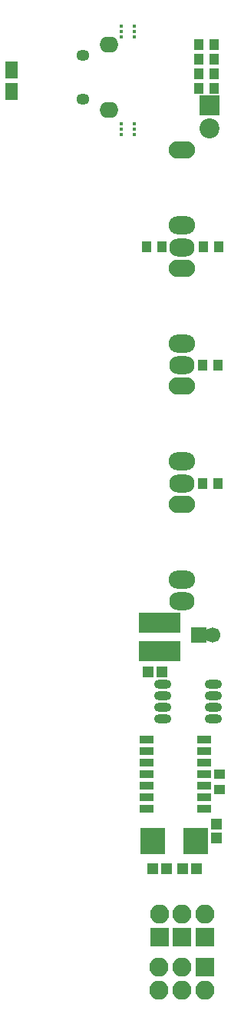
<source format=gbr>
G04 #@! TF.FileFunction,Soldermask,Top*
%FSLAX46Y46*%
G04 Gerber Fmt 4.6, Leading zero omitted, Abs format (unit mm)*
G04 Created by KiCad (PCBNEW 4.0.6) date 2018 April 17, Tuesday 13:37:15*
%MOMM*%
%LPD*%
G01*
G04 APERTURE LIST*
%ADD10C,0.100000*%
%ADD11O,1.873200X1.009600*%
%ADD12C,0.402000*%
%ADD13R,1.543000X0.908000*%
%ADD14R,1.700000X1.700000*%
%ADD15C,1.700000*%
%ADD16R,4.600000X2.200000*%
%ADD17R,2.800000X3.000000*%
%ADD18R,1.150000X1.200000*%
%ADD19R,1.200000X1.150000*%
%ADD20R,1.100000X1.300000*%
%ADD21R,1.300000X1.100000*%
%ADD22R,2.200000X2.200000*%
%ADD23C,2.200000*%
%ADD24O,2.100000X1.724000*%
%ADD25O,1.450000X1.250000*%
%ADD26O,2.900000X1.900000*%
%ADD27O,2.900000X2.000000*%
%ADD28O,2.800000X2.000000*%
%ADD29R,2.100000X2.100000*%
%ADD30O,2.100000X2.100000*%
%ADD31R,1.400000X1.900000*%
G04 APERTURE END LIST*
D10*
D11*
X2806000Y-72945000D03*
X2806000Y-74215000D03*
X2806000Y-75485000D03*
X2806000Y-76755000D03*
X8394000Y-76755000D03*
X8394000Y-75485000D03*
X8394000Y-74215000D03*
X8394000Y-72945000D03*
D12*
X-300000Y-12400000D03*
X-300000Y-11800000D03*
X-300000Y-11200000D03*
X-1700000Y-11200000D03*
X-1700000Y-11800000D03*
X-1700000Y-12400000D03*
D13*
X7402000Y-86620000D03*
X7402000Y-85350000D03*
X7402000Y-84080000D03*
X7402000Y-82810000D03*
X7402000Y-81540000D03*
X7402000Y-80270000D03*
X7402000Y-79000000D03*
X1052000Y-79000000D03*
X1052000Y-80270000D03*
X1052000Y-82810000D03*
X1052000Y-84080000D03*
X1052000Y-85350000D03*
X1052000Y-86620000D03*
X1052000Y-81540000D03*
D14*
X6850000Y-67500000D03*
D15*
X8350000Y-67500000D03*
D16*
X2500000Y-66100000D03*
X2500000Y-69300000D03*
D17*
X6500000Y-90200000D03*
X1700000Y-90200000D03*
D18*
X8800000Y-88350000D03*
X8800000Y-89850000D03*
D19*
X6550000Y-93200000D03*
X5050000Y-93200000D03*
X1750000Y-93200000D03*
X3250000Y-93200000D03*
X2750000Y-71600000D03*
X1250000Y-71600000D03*
D20*
X8550000Y-7300000D03*
X6850000Y-7300000D03*
X7350000Y-24700000D03*
X9050000Y-24700000D03*
X2750000Y-24700000D03*
X1050000Y-24700000D03*
X7250000Y-37800000D03*
X8950000Y-37800000D03*
X7250000Y-50800000D03*
X8950000Y-50800000D03*
X8550000Y-2500000D03*
X6850000Y-2500000D03*
X8550000Y-5700000D03*
X6850000Y-5700000D03*
X6850000Y-4100000D03*
X8550000Y-4100000D03*
D21*
X9100000Y-82850000D03*
X9100000Y-84550000D03*
D22*
X8000000Y-9200000D03*
D23*
X8000000Y-11740000D03*
D24*
X-3100000Y-2500000D03*
X-3100000Y-9700000D03*
D25*
X-6000000Y-3675000D03*
X-6000000Y-8525000D03*
D26*
X5000000Y-14080000D03*
D27*
X5000000Y-22380000D03*
D28*
X5000000Y-24800000D03*
D26*
X5000000Y-27080000D03*
D27*
X5000000Y-35380000D03*
D28*
X5000000Y-37800000D03*
D26*
X5000000Y-40080000D03*
D27*
X5000000Y-48380000D03*
D28*
X5000000Y-50800000D03*
D26*
X5000000Y-53080000D03*
D27*
X5000000Y-61380000D03*
D28*
X5000000Y-63800000D03*
D29*
X7480000Y-104060000D03*
D30*
X7480000Y-106600000D03*
X4940000Y-104060000D03*
X4940000Y-106600000D03*
X2400000Y-104060000D03*
X2400000Y-106600000D03*
D29*
X7500000Y-100750000D03*
D30*
X7500000Y-98210000D03*
D29*
X5000000Y-100750000D03*
D30*
X5000000Y-98210000D03*
D29*
X2500000Y-100750000D03*
D30*
X2500000Y-98210000D03*
D31*
X-13800000Y-5300000D03*
X-13800000Y-7600000D03*
D12*
X-300000Y-1600000D03*
X-300000Y-1000000D03*
X-300000Y-400000D03*
X-1700000Y-400000D03*
X-1700000Y-1000000D03*
X-1700000Y-1600000D03*
M02*

</source>
